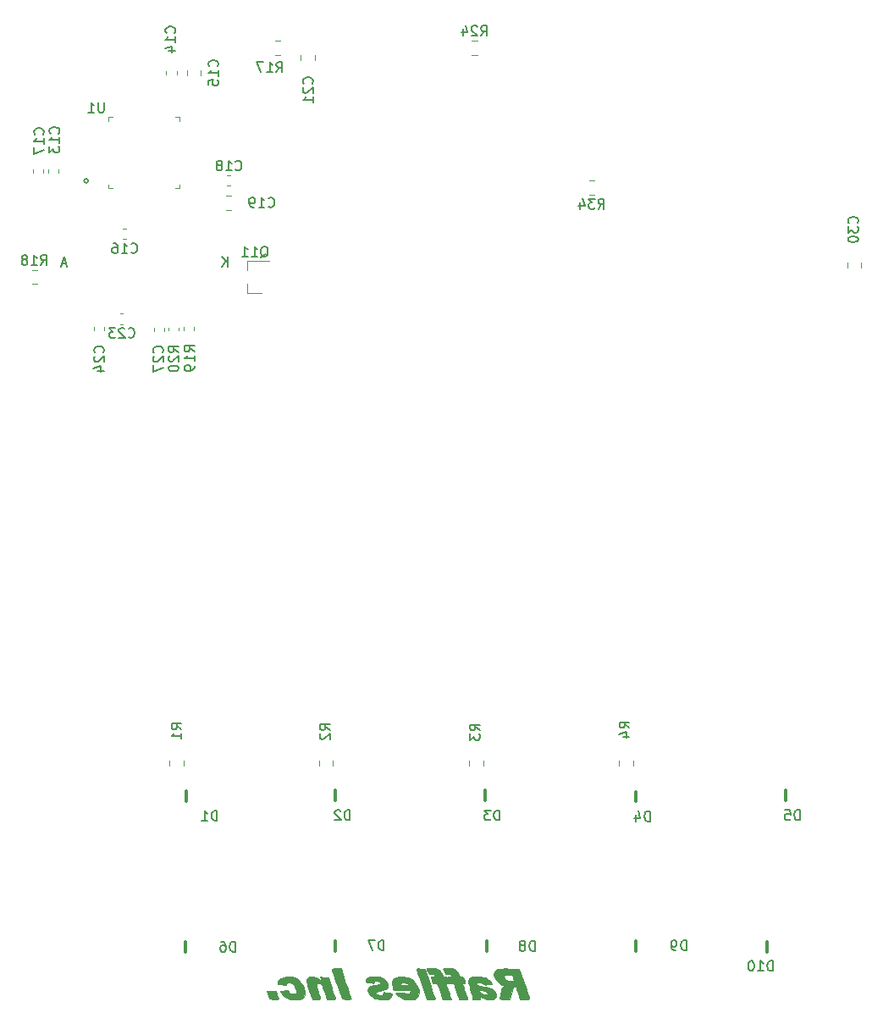
<source format=gbo>
G04 #@! TF.GenerationSoftware,KiCad,Pcbnew,(5.1.2)-1*
G04 #@! TF.CreationDate,2019-08-13T23:38:33+09:00*
G04 #@! TF.ProjectId,LrE-6,4c72452d-362e-46b6-9963-61645f706362,rev?*
G04 #@! TF.SameCoordinates,Original*
G04 #@! TF.FileFunction,Legend,Bot*
G04 #@! TF.FilePolarity,Positive*
%FSLAX46Y46*%
G04 Gerber Fmt 4.6, Leading zero omitted, Abs format (unit mm)*
G04 Created by KiCad (PCBNEW (5.1.2)-1) date 2019-08-13 23:38:33*
%MOMM*%
%LPD*%
G04 APERTURE LIST*
%ADD10C,0.120000*%
%ADD11C,0.300000*%
%ADD12C,0.200000*%
%ADD13C,0.010000*%
%ADD14C,0.150000*%
G04 APERTURE END LIST*
D10*
X93978000Y-85735279D02*
X93978000Y-85409721D01*
X94998000Y-85735279D02*
X94998000Y-85409721D01*
X92490000Y-85782779D02*
X92490000Y-85457221D01*
X93510000Y-85782779D02*
X93510000Y-85457221D01*
X160320000Y-79518578D02*
X160320000Y-79001422D01*
X161740000Y-79518578D02*
X161740000Y-79001422D01*
D11*
X139210000Y-147770000D02*
X139210000Y-146770000D01*
X109150000Y-147800000D02*
X109150000Y-146800000D01*
X152350000Y-146870000D02*
X152350000Y-147870000D01*
X124250000Y-147820000D02*
X124250000Y-146820000D01*
X154164000Y-132745000D02*
X154164000Y-131745000D01*
X94200000Y-132800000D02*
X94200000Y-131800000D01*
X109168000Y-132745000D02*
X109168000Y-131745000D01*
X139165000Y-132859000D02*
X139165000Y-131859000D01*
X94160000Y-147850000D02*
X94160000Y-146850000D01*
X124141000Y-132758000D02*
X124141000Y-131758000D01*
D10*
X86440000Y-64440000D02*
X86860000Y-64440000D01*
X86440000Y-71560000D02*
X86440000Y-71140000D01*
X93560000Y-71560000D02*
X93140000Y-71560000D01*
X93560000Y-64440000D02*
X93140000Y-64440000D01*
X86440000Y-71560000D02*
X86860000Y-71560000D01*
X86440000Y-64440000D02*
X86440000Y-64860000D01*
X93560000Y-64440000D02*
X93560000Y-64860000D01*
X93560000Y-71560000D02*
X93560000Y-71140000D01*
D12*
X84421500Y-70794000D02*
G75*
G03X84421500Y-70794000I-200000J0D01*
G01*
D10*
X79303378Y-81126400D02*
X78786222Y-81126400D01*
X79303378Y-79706400D02*
X78786222Y-79706400D01*
X138910000Y-129258578D02*
X138910000Y-128741422D01*
X137490000Y-129258578D02*
X137490000Y-128741422D01*
X92540000Y-129258578D02*
X92540000Y-128741422D01*
X93960000Y-129258578D02*
X93960000Y-128741422D01*
X107490000Y-128741422D02*
X107490000Y-129258578D01*
X108910000Y-128741422D02*
X108910000Y-129258578D01*
X103103422Y-56790000D02*
X103620578Y-56790000D01*
X103103422Y-58210000D02*
X103620578Y-58210000D01*
X123910000Y-129258578D02*
X123910000Y-128741422D01*
X122490000Y-129258578D02*
X122490000Y-128741422D01*
X123320578Y-56790000D02*
X122803422Y-56790000D01*
X123320578Y-58210000D02*
X122803422Y-58210000D01*
X134523922Y-70790000D02*
X135041078Y-70790000D01*
X134523922Y-72210000D02*
X135041078Y-72210000D01*
X90990000Y-85786179D02*
X90990000Y-85460621D01*
X92010000Y-85786179D02*
X92010000Y-85460621D01*
X84981300Y-85750579D02*
X84981300Y-85425021D01*
X86001300Y-85750579D02*
X86001300Y-85425021D01*
X98662779Y-71260000D02*
X98337221Y-71260000D01*
X98662779Y-70240000D02*
X98337221Y-70240000D01*
X93260000Y-59837221D02*
X93260000Y-60162779D01*
X92240000Y-59837221D02*
X92240000Y-60162779D01*
X79910000Y-69687221D02*
X79910000Y-70012779D01*
X78890000Y-69687221D02*
X78890000Y-70012779D01*
X80440000Y-70000279D02*
X80440000Y-69674721D01*
X81460000Y-70000279D02*
X81460000Y-69674721D01*
X88225279Y-76610000D02*
X87899721Y-76610000D01*
X88225279Y-75590000D02*
X87899721Y-75590000D01*
X87912779Y-85110000D02*
X87587221Y-85110000D01*
X87912779Y-84090000D02*
X87587221Y-84090000D01*
X100340000Y-81996400D02*
X101800000Y-81996400D01*
X100340000Y-78836400D02*
X102500000Y-78836400D01*
X100340000Y-78836400D02*
X100340000Y-79766400D01*
X100340000Y-81996400D02*
X100340000Y-81066400D01*
X98758578Y-72290000D02*
X98241422Y-72290000D01*
X98758578Y-73710000D02*
X98241422Y-73710000D01*
X105690000Y-58203922D02*
X105690000Y-58721078D01*
X107110000Y-58203922D02*
X107110000Y-58721078D01*
X95710000Y-59741422D02*
X95710000Y-60258578D01*
X94290000Y-59741422D02*
X94290000Y-60258578D01*
D13*
G36*
X102554662Y-152581930D02*
G01*
X103012018Y-152594689D01*
X103224517Y-152598261D01*
X103360318Y-152593929D01*
X103431597Y-152580450D01*
X103450528Y-152556584D01*
X103448990Y-152550128D01*
X103425881Y-152483811D01*
X103381870Y-152356487D01*
X103324997Y-152191437D01*
X103302204Y-152125176D01*
X103175803Y-151757544D01*
X102257334Y-151757544D01*
X102554662Y-152581930D01*
X102554662Y-152581930D01*
G37*
X102554662Y-152581930D02*
X103012018Y-152594689D01*
X103224517Y-152598261D01*
X103360318Y-152593929D01*
X103431597Y-152580450D01*
X103450528Y-152556584D01*
X103448990Y-152550128D01*
X103425881Y-152483811D01*
X103381870Y-152356487D01*
X103324997Y-152191437D01*
X103302204Y-152125176D01*
X103175803Y-151757544D01*
X102257334Y-151757544D01*
X102554662Y-152581930D01*
G36*
X106541564Y-150379069D02*
G01*
X106385645Y-150464784D01*
X106332945Y-150523150D01*
X106292017Y-150601679D01*
X106272857Y-150698536D01*
X106277342Y-150824868D01*
X106307347Y-150991822D01*
X106364748Y-151210545D01*
X106451421Y-151492183D01*
X106542538Y-151768621D01*
X106822982Y-152604083D01*
X107235175Y-152604147D01*
X107414453Y-152600832D01*
X107554318Y-152591883D01*
X107635159Y-152578885D01*
X107647368Y-152570833D01*
X107633936Y-152519213D01*
X107596826Y-152398197D01*
X107540825Y-152222847D01*
X107470714Y-152008223D01*
X107421681Y-151860304D01*
X107334733Y-151594133D01*
X107275786Y-151398731D01*
X107241894Y-151261291D01*
X107230115Y-151169003D01*
X107237504Y-151109060D01*
X107245003Y-151091576D01*
X107330195Y-151014297D01*
X107454819Y-151003289D01*
X107600606Y-151056899D01*
X107707054Y-151133378D01*
X107771595Y-151199332D01*
X107830794Y-151284848D01*
X107891745Y-151404672D01*
X107961541Y-151573553D01*
X108047277Y-151806239D01*
X108092875Y-151935484D01*
X108326788Y-152604211D01*
X108747625Y-152604211D01*
X108942743Y-152603424D01*
X109064203Y-152598409D01*
X109127469Y-152585181D01*
X109148003Y-152559758D01*
X109141271Y-152518157D01*
X109136884Y-152503948D01*
X109113814Y-152434495D01*
X109066192Y-152293939D01*
X108998508Y-152095432D01*
X108915252Y-151852129D01*
X108820915Y-151577183D01*
X108760365Y-151401053D01*
X108415424Y-150398421D01*
X108026111Y-150385469D01*
X107636797Y-150372517D01*
X107664173Y-150481592D01*
X107698103Y-150602285D01*
X107721156Y-150672790D01*
X107733177Y-150721174D01*
X107705289Y-150711603D01*
X107643364Y-150658776D01*
X107440116Y-150514615D01*
X107210290Y-150412698D01*
X106971908Y-150354891D01*
X106742992Y-150343060D01*
X106541564Y-150379069D01*
X106541564Y-150379069D01*
G37*
X106541564Y-150379069D02*
X106385645Y-150464784D01*
X106332945Y-150523150D01*
X106292017Y-150601679D01*
X106272857Y-150698536D01*
X106277342Y-150824868D01*
X106307347Y-150991822D01*
X106364748Y-151210545D01*
X106451421Y-151492183D01*
X106542538Y-151768621D01*
X106822982Y-152604083D01*
X107235175Y-152604147D01*
X107414453Y-152600832D01*
X107554318Y-152591883D01*
X107635159Y-152578885D01*
X107647368Y-152570833D01*
X107633936Y-152519213D01*
X107596826Y-152398197D01*
X107540825Y-152222847D01*
X107470714Y-152008223D01*
X107421681Y-151860304D01*
X107334733Y-151594133D01*
X107275786Y-151398731D01*
X107241894Y-151261291D01*
X107230115Y-151169003D01*
X107237504Y-151109060D01*
X107245003Y-151091576D01*
X107330195Y-151014297D01*
X107454819Y-151003289D01*
X107600606Y-151056899D01*
X107707054Y-151133378D01*
X107771595Y-151199332D01*
X107830794Y-151284848D01*
X107891745Y-151404672D01*
X107961541Y-151573553D01*
X108047277Y-151806239D01*
X108092875Y-151935484D01*
X108326788Y-152604211D01*
X108747625Y-152604211D01*
X108942743Y-152603424D01*
X109064203Y-152598409D01*
X109127469Y-152585181D01*
X109148003Y-152559758D01*
X109141271Y-152518157D01*
X109136884Y-152503948D01*
X109113814Y-152434495D01*
X109066192Y-152293939D01*
X108998508Y-152095432D01*
X108915252Y-151852129D01*
X108820915Y-151577183D01*
X108760365Y-151401053D01*
X108415424Y-150398421D01*
X108026111Y-150385469D01*
X107636797Y-150372517D01*
X107664173Y-150481592D01*
X107698103Y-150602285D01*
X107721156Y-150672790D01*
X107733177Y-150721174D01*
X107705289Y-150711603D01*
X107643364Y-150658776D01*
X107440116Y-150514615D01*
X107210290Y-150412698D01*
X106971908Y-150354891D01*
X106742992Y-150343060D01*
X106541564Y-150379069D01*
G36*
X109032704Y-149532974D02*
G01*
X108880259Y-149542433D01*
X108784659Y-149556287D01*
X108761404Y-149568480D01*
X108775312Y-149618346D01*
X108814860Y-149742681D01*
X108876780Y-149931648D01*
X108957805Y-150175413D01*
X109054668Y-150464138D01*
X109164101Y-150787989D01*
X109268372Y-151094708D01*
X109775340Y-152581930D01*
X110254090Y-152594633D01*
X110472480Y-152598194D01*
X110613957Y-152594262D01*
X110690505Y-152581671D01*
X110714107Y-152559255D01*
X110712526Y-152550071D01*
X110693878Y-152495766D01*
X110649985Y-152367101D01*
X110584261Y-152174107D01*
X110500120Y-151926814D01*
X110400974Y-151635254D01*
X110290236Y-151309456D01*
X110188878Y-151011141D01*
X109685542Y-149529474D01*
X109223473Y-149529474D01*
X109032704Y-149532974D01*
X109032704Y-149532974D01*
G37*
X109032704Y-149532974D02*
X108880259Y-149542433D01*
X108784659Y-149556287D01*
X108761404Y-149568480D01*
X108775312Y-149618346D01*
X108814860Y-149742681D01*
X108876780Y-149931648D01*
X108957805Y-150175413D01*
X109054668Y-150464138D01*
X109164101Y-150787989D01*
X109268372Y-151094708D01*
X109775340Y-152581930D01*
X110254090Y-152594633D01*
X110472480Y-152598194D01*
X110613957Y-152594262D01*
X110690505Y-152581671D01*
X110714107Y-152559255D01*
X110712526Y-152550071D01*
X110693878Y-152495766D01*
X110649985Y-152367101D01*
X110584261Y-152174107D01*
X110500120Y-151926814D01*
X110400974Y-151635254D01*
X110290236Y-151309456D01*
X110188878Y-151011141D01*
X109685542Y-149529474D01*
X109223473Y-149529474D01*
X109032704Y-149532974D01*
G36*
X117327686Y-149536126D02*
G01*
X117262068Y-149547012D01*
X117240532Y-149569405D01*
X117248091Y-149605778D01*
X117269300Y-149665617D01*
X117315585Y-149799543D01*
X117383417Y-149997237D01*
X117469267Y-150248377D01*
X117569605Y-150542643D01*
X117680904Y-150869715D01*
X117774366Y-151144825D01*
X118269796Y-152604211D01*
X118684722Y-152604211D01*
X118864579Y-152600885D01*
X119005017Y-152591958D01*
X119086523Y-152579003D01*
X119099162Y-152570790D01*
X119085199Y-152522247D01*
X119045709Y-152399131D01*
X118983942Y-152211218D01*
X118903148Y-151968284D01*
X118806576Y-151680103D01*
X118697476Y-151356454D01*
X118591817Y-151044562D01*
X118084958Y-149551755D01*
X117651102Y-149538935D01*
X117452370Y-149534262D01*
X117327686Y-149536126D01*
X117327686Y-149536126D01*
G37*
X117327686Y-149536126D02*
X117262068Y-149547012D01*
X117240532Y-149569405D01*
X117248091Y-149605778D01*
X117269300Y-149665617D01*
X117315585Y-149799543D01*
X117383417Y-149997237D01*
X117469267Y-150248377D01*
X117569605Y-150542643D01*
X117680904Y-150869715D01*
X117774366Y-151144825D01*
X118269796Y-152604211D01*
X118684722Y-152604211D01*
X118864579Y-152600885D01*
X119005017Y-152591958D01*
X119086523Y-152579003D01*
X119099162Y-152570790D01*
X119085199Y-152522247D01*
X119045709Y-152399131D01*
X118983942Y-152211218D01*
X118903148Y-151968284D01*
X118806576Y-151680103D01*
X118697476Y-151356454D01*
X118591817Y-151044562D01*
X118084958Y-149551755D01*
X117651102Y-149538935D01*
X117452370Y-149534262D01*
X117327686Y-149536126D01*
G36*
X118588535Y-149502021D02*
G01*
X118426128Y-149512410D01*
X118310203Y-149528506D01*
X118267487Y-149544677D01*
X118275737Y-149591083D01*
X118315846Y-149693457D01*
X118371550Y-149813815D01*
X118494355Y-150064211D01*
X118704645Y-150064211D01*
X118847779Y-150073854D01*
X118939547Y-150112238D01*
X119007292Y-150181624D01*
X119080266Y-150287690D01*
X119084038Y-150346839D01*
X119011649Y-150371933D01*
X118902051Y-150376141D01*
X118704452Y-150376141D01*
X118805685Y-150676930D01*
X118906918Y-150977720D01*
X119110622Y-150991136D01*
X119314325Y-151004551D01*
X119535095Y-151637276D01*
X119617608Y-151874557D01*
X119693932Y-152095489D01*
X119757160Y-152279982D01*
X119800388Y-152407945D01*
X119809984Y-152437106D01*
X119864105Y-152604211D01*
X120283982Y-152604211D01*
X120465087Y-152602965D01*
X120606953Y-152599618D01*
X120690144Y-152594757D01*
X120703860Y-152591552D01*
X120690331Y-152546402D01*
X120653477Y-152433496D01*
X120598898Y-152269379D01*
X120532193Y-152070594D01*
X120458961Y-151853684D01*
X120384802Y-151635194D01*
X120315314Y-151431666D01*
X120256097Y-151259645D01*
X120212751Y-151135674D01*
X120191581Y-151077983D01*
X120183785Y-151026574D01*
X120230035Y-151004268D01*
X120325088Y-151000000D01*
X120438878Y-150988835D01*
X120471757Y-150953909D01*
X120469272Y-150944299D01*
X120445032Y-150873786D01*
X120404235Y-150748619D01*
X120367244Y-150632369D01*
X120319761Y-150490502D01*
X120278785Y-150413916D01*
X120225280Y-150382507D01*
X120140210Y-150376171D01*
X120124623Y-150376141D01*
X120031598Y-150370596D01*
X119970809Y-150340730D01*
X119920807Y-150266698D01*
X119862018Y-150133189D01*
X119722567Y-149889150D01*
X119533230Y-149691089D01*
X119312982Y-149557070D01*
X119224719Y-149526579D01*
X119115514Y-149509618D01*
X118957140Y-149500173D01*
X118773510Y-149497791D01*
X118588535Y-149502021D01*
X118588535Y-149502021D01*
G37*
X118588535Y-149502021D02*
X118426128Y-149512410D01*
X118310203Y-149528506D01*
X118267487Y-149544677D01*
X118275737Y-149591083D01*
X118315846Y-149693457D01*
X118371550Y-149813815D01*
X118494355Y-150064211D01*
X118704645Y-150064211D01*
X118847779Y-150073854D01*
X118939547Y-150112238D01*
X119007292Y-150181624D01*
X119080266Y-150287690D01*
X119084038Y-150346839D01*
X119011649Y-150371933D01*
X118902051Y-150376141D01*
X118704452Y-150376141D01*
X118805685Y-150676930D01*
X118906918Y-150977720D01*
X119110622Y-150991136D01*
X119314325Y-151004551D01*
X119535095Y-151637276D01*
X119617608Y-151874557D01*
X119693932Y-152095489D01*
X119757160Y-152279982D01*
X119800388Y-152407945D01*
X119809984Y-152437106D01*
X119864105Y-152604211D01*
X120283982Y-152604211D01*
X120465087Y-152602965D01*
X120606953Y-152599618D01*
X120690144Y-152594757D01*
X120703860Y-152591552D01*
X120690331Y-152546402D01*
X120653477Y-152433496D01*
X120598898Y-152269379D01*
X120532193Y-152070594D01*
X120458961Y-151853684D01*
X120384802Y-151635194D01*
X120315314Y-151431666D01*
X120256097Y-151259645D01*
X120212751Y-151135674D01*
X120191581Y-151077983D01*
X120183785Y-151026574D01*
X120230035Y-151004268D01*
X120325088Y-151000000D01*
X120438878Y-150988835D01*
X120471757Y-150953909D01*
X120469272Y-150944299D01*
X120445032Y-150873786D01*
X120404235Y-150748619D01*
X120367244Y-150632369D01*
X120319761Y-150490502D01*
X120278785Y-150413916D01*
X120225280Y-150382507D01*
X120140210Y-150376171D01*
X120124623Y-150376141D01*
X120031598Y-150370596D01*
X119970809Y-150340730D01*
X119920807Y-150266698D01*
X119862018Y-150133189D01*
X119722567Y-149889150D01*
X119533230Y-149691089D01*
X119312982Y-149557070D01*
X119224719Y-149526579D01*
X119115514Y-149509618D01*
X118957140Y-149500173D01*
X118773510Y-149497791D01*
X118588535Y-149502021D01*
G36*
X120237306Y-149502021D02*
G01*
X120074900Y-149512410D01*
X119958975Y-149528506D01*
X119916259Y-149544677D01*
X119924509Y-149591083D01*
X119964618Y-149693457D01*
X120020322Y-149813815D01*
X120143127Y-150064211D01*
X120353417Y-150064211D01*
X120496551Y-150073854D01*
X120588319Y-150112238D01*
X120656064Y-150181624D01*
X120729038Y-150287690D01*
X120732810Y-150346839D01*
X120660421Y-150371933D01*
X120550823Y-150376141D01*
X120353224Y-150376141D01*
X120454457Y-150676930D01*
X120555690Y-150977720D01*
X120759393Y-150991136D01*
X120963097Y-151004551D01*
X121183867Y-151637276D01*
X121266380Y-151874557D01*
X121342704Y-152095489D01*
X121405932Y-152279982D01*
X121449160Y-152407945D01*
X121458756Y-152437106D01*
X121512877Y-152604211D01*
X121932754Y-152604211D01*
X122113859Y-152602965D01*
X122255724Y-152599618D01*
X122338916Y-152594757D01*
X122352632Y-152591552D01*
X122339103Y-152546402D01*
X122302249Y-152433496D01*
X122247670Y-152269379D01*
X122180965Y-152070594D01*
X122107733Y-151853684D01*
X122033573Y-151635194D01*
X121964086Y-151431666D01*
X121904869Y-151259645D01*
X121861523Y-151135674D01*
X121840353Y-151077983D01*
X121832557Y-151026574D01*
X121878807Y-151004268D01*
X121973860Y-151000000D01*
X122087650Y-150988835D01*
X122120529Y-150953909D01*
X122118044Y-150944299D01*
X122093804Y-150873786D01*
X122053007Y-150748619D01*
X122016016Y-150632369D01*
X121968533Y-150490502D01*
X121927557Y-150413916D01*
X121874052Y-150382507D01*
X121788982Y-150376171D01*
X121773395Y-150376141D01*
X121680370Y-150370596D01*
X121619581Y-150340730D01*
X121569579Y-150266698D01*
X121510790Y-150133189D01*
X121371339Y-149889150D01*
X121182002Y-149691089D01*
X120961754Y-149557070D01*
X120873490Y-149526579D01*
X120764286Y-149509618D01*
X120605912Y-149500173D01*
X120422281Y-149497791D01*
X120237306Y-149502021D01*
X120237306Y-149502021D01*
G37*
X120237306Y-149502021D02*
X120074900Y-149512410D01*
X119958975Y-149528506D01*
X119916259Y-149544677D01*
X119924509Y-149591083D01*
X119964618Y-149693457D01*
X120020322Y-149813815D01*
X120143127Y-150064211D01*
X120353417Y-150064211D01*
X120496551Y-150073854D01*
X120588319Y-150112238D01*
X120656064Y-150181624D01*
X120729038Y-150287690D01*
X120732810Y-150346839D01*
X120660421Y-150371933D01*
X120550823Y-150376141D01*
X120353224Y-150376141D01*
X120454457Y-150676930D01*
X120555690Y-150977720D01*
X120759393Y-150991136D01*
X120963097Y-151004551D01*
X121183867Y-151637276D01*
X121266380Y-151874557D01*
X121342704Y-152095489D01*
X121405932Y-152279982D01*
X121449160Y-152407945D01*
X121458756Y-152437106D01*
X121512877Y-152604211D01*
X121932754Y-152604211D01*
X122113859Y-152602965D01*
X122255724Y-152599618D01*
X122338916Y-152594757D01*
X122352632Y-152591552D01*
X122339103Y-152546402D01*
X122302249Y-152433496D01*
X122247670Y-152269379D01*
X122180965Y-152070594D01*
X122107733Y-151853684D01*
X122033573Y-151635194D01*
X121964086Y-151431666D01*
X121904869Y-151259645D01*
X121861523Y-151135674D01*
X121840353Y-151077983D01*
X121832557Y-151026574D01*
X121878807Y-151004268D01*
X121973860Y-151000000D01*
X122087650Y-150988835D01*
X122120529Y-150953909D01*
X122118044Y-150944299D01*
X122093804Y-150873786D01*
X122053007Y-150748619D01*
X122016016Y-150632369D01*
X121968533Y-150490502D01*
X121927557Y-150413916D01*
X121874052Y-150382507D01*
X121788982Y-150376171D01*
X121773395Y-150376141D01*
X121680370Y-150370596D01*
X121619581Y-150340730D01*
X121569579Y-150266698D01*
X121510790Y-150133189D01*
X121371339Y-149889150D01*
X121182002Y-149691089D01*
X120961754Y-149557070D01*
X120873490Y-149526579D01*
X120764286Y-149509618D01*
X120605912Y-149500173D01*
X120422281Y-149497791D01*
X120237306Y-149502021D01*
G36*
X125834870Y-149545104D02*
G01*
X125563969Y-149565293D01*
X125357509Y-149600953D01*
X125207350Y-149654947D01*
X125105354Y-149730141D01*
X125043383Y-149829399D01*
X125013296Y-149955586D01*
X125006814Y-150101329D01*
X125052871Y-150388696D01*
X125178930Y-150653899D01*
X125376560Y-150885817D01*
X125637327Y-151073326D01*
X125804578Y-151153487D01*
X125942058Y-151211709D01*
X126007615Y-151249588D01*
X126012767Y-151278101D01*
X125969028Y-151308224D01*
X125967681Y-151308946D01*
X125876923Y-151375635D01*
X125804475Y-151476256D01*
X125744026Y-151625438D01*
X125689263Y-151837805D01*
X125647452Y-152051077D01*
X125612354Y-152248919D01*
X125584114Y-152414208D01*
X125566019Y-152527322D01*
X125561053Y-152567199D01*
X125602718Y-152581582D01*
X125716152Y-152593357D01*
X125884011Y-152601306D01*
X126088141Y-152604211D01*
X126615228Y-152604211D01*
X126732869Y-152036488D01*
X126790521Y-151774875D01*
X126842132Y-151589091D01*
X126894438Y-151466761D01*
X126954181Y-151395512D01*
X127028100Y-151362971D01*
X127103243Y-151356492D01*
X127144832Y-151364825D01*
X127183188Y-151398128D01*
X127224444Y-151468859D01*
X127274732Y-151589474D01*
X127340184Y-151772431D01*
X127410351Y-151980351D01*
X127618268Y-152604211D01*
X128082467Y-152604211D01*
X128273714Y-152600964D01*
X128426679Y-152592186D01*
X128522882Y-152579326D01*
X128546667Y-152567866D01*
X128532773Y-152518637D01*
X128493265Y-152394897D01*
X128431404Y-152206453D01*
X128350449Y-151963109D01*
X128253661Y-151674671D01*
X128144300Y-151350945D01*
X128039220Y-151041638D01*
X127930181Y-150721492D01*
X126975237Y-150721492D01*
X126948186Y-150751810D01*
X126854803Y-150771352D01*
X126717346Y-150779089D01*
X126558069Y-150773993D01*
X126399231Y-150755037D01*
X126369361Y-150749469D01*
X126225018Y-150691868D01*
X126109686Y-150594075D01*
X126032980Y-150475221D01*
X126004519Y-150354435D01*
X126033919Y-150250849D01*
X126092860Y-150199463D01*
X126180219Y-150175899D01*
X126324586Y-150159273D01*
X126485775Y-150153334D01*
X126792496Y-150153334D01*
X126873209Y-150409562D01*
X126920015Y-150556259D01*
X126958046Y-150672091D01*
X126975237Y-150721492D01*
X127930181Y-150721492D01*
X127531774Y-149551755D01*
X126602549Y-149539678D01*
X126178350Y-149537520D01*
X125834870Y-149545104D01*
X125834870Y-149545104D01*
G37*
X125834870Y-149545104D02*
X125563969Y-149565293D01*
X125357509Y-149600953D01*
X125207350Y-149654947D01*
X125105354Y-149730141D01*
X125043383Y-149829399D01*
X125013296Y-149955586D01*
X125006814Y-150101329D01*
X125052871Y-150388696D01*
X125178930Y-150653899D01*
X125376560Y-150885817D01*
X125637327Y-151073326D01*
X125804578Y-151153487D01*
X125942058Y-151211709D01*
X126007615Y-151249588D01*
X126012767Y-151278101D01*
X125969028Y-151308224D01*
X125967681Y-151308946D01*
X125876923Y-151375635D01*
X125804475Y-151476256D01*
X125744026Y-151625438D01*
X125689263Y-151837805D01*
X125647452Y-152051077D01*
X125612354Y-152248919D01*
X125584114Y-152414208D01*
X125566019Y-152527322D01*
X125561053Y-152567199D01*
X125602718Y-152581582D01*
X125716152Y-152593357D01*
X125884011Y-152601306D01*
X126088141Y-152604211D01*
X126615228Y-152604211D01*
X126732869Y-152036488D01*
X126790521Y-151774875D01*
X126842132Y-151589091D01*
X126894438Y-151466761D01*
X126954181Y-151395512D01*
X127028100Y-151362971D01*
X127103243Y-151356492D01*
X127144832Y-151364825D01*
X127183188Y-151398128D01*
X127224444Y-151468859D01*
X127274732Y-151589474D01*
X127340184Y-151772431D01*
X127410351Y-151980351D01*
X127618268Y-152604211D01*
X128082467Y-152604211D01*
X128273714Y-152600964D01*
X128426679Y-152592186D01*
X128522882Y-152579326D01*
X128546667Y-152567866D01*
X128532773Y-152518637D01*
X128493265Y-152394897D01*
X128431404Y-152206453D01*
X128350449Y-151963109D01*
X128253661Y-151674671D01*
X128144300Y-151350945D01*
X128039220Y-151041638D01*
X127930181Y-150721492D01*
X126975237Y-150721492D01*
X126948186Y-150751810D01*
X126854803Y-150771352D01*
X126717346Y-150779089D01*
X126558069Y-150773993D01*
X126399231Y-150755037D01*
X126369361Y-150749469D01*
X126225018Y-150691868D01*
X126109686Y-150594075D01*
X126032980Y-150475221D01*
X126004519Y-150354435D01*
X126033919Y-150250849D01*
X126092860Y-150199463D01*
X126180219Y-150175899D01*
X126324586Y-150159273D01*
X126485775Y-150153334D01*
X126792496Y-150153334D01*
X126873209Y-150409562D01*
X126920015Y-150556259D01*
X126958046Y-150672091D01*
X126975237Y-150721492D01*
X127930181Y-150721492D01*
X127531774Y-149551755D01*
X126602549Y-149539678D01*
X126178350Y-149537520D01*
X125834870Y-149545104D01*
G36*
X104241074Y-150341137D02*
G01*
X103927156Y-150386940D01*
X103686656Y-150480590D01*
X103516528Y-150624154D01*
X103413726Y-150819696D01*
X103389812Y-150918279D01*
X103360958Y-151081646D01*
X103621444Y-151109938D01*
X103799479Y-151130307D01*
X103970253Y-151151496D01*
X104049035Y-151162155D01*
X104162225Y-151170170D01*
X104210234Y-151147051D01*
X104216140Y-151118504D01*
X104253962Y-151012140D01*
X104353569Y-150942863D01*
X104494175Y-150914221D01*
X104654993Y-150929765D01*
X104815236Y-150993045D01*
X104844550Y-151011187D01*
X104975641Y-151136377D01*
X105096613Y-151317128D01*
X105189928Y-151520188D01*
X105238050Y-151712306D01*
X105241053Y-151763008D01*
X105206622Y-151914185D01*
X105114554Y-152015124D01*
X104981683Y-152064545D01*
X104824843Y-152061167D01*
X104660868Y-152003710D01*
X104506592Y-151890892D01*
X104446190Y-151823473D01*
X104399086Y-151768074D01*
X104351038Y-151736977D01*
X104279949Y-151726887D01*
X104163721Y-151734508D01*
X103989579Y-151755375D01*
X103819399Y-151778259D01*
X103687021Y-151798972D01*
X103614221Y-151813999D01*
X103606989Y-151817105D01*
X103621586Y-151859290D01*
X103681500Y-151944792D01*
X103769718Y-152053227D01*
X103869227Y-152164207D01*
X103963016Y-152257347D01*
X104002135Y-152290613D01*
X104314902Y-152477835D01*
X104677571Y-152592043D01*
X105012914Y-152630761D01*
X105213830Y-152632568D01*
X105402669Y-152624198D01*
X105545154Y-152607405D01*
X105568759Y-152602287D01*
X105809485Y-152503514D01*
X105986706Y-152349205D01*
X106093672Y-152148583D01*
X106123637Y-151910874D01*
X106118746Y-151850381D01*
X106034608Y-151489436D01*
X105876292Y-151152013D01*
X105687503Y-150897995D01*
X105394334Y-150637914D01*
X105063333Y-150458239D01*
X104693615Y-150358631D01*
X104284297Y-150338748D01*
X104241074Y-150341137D01*
X104241074Y-150341137D01*
G37*
X104241074Y-150341137D02*
X103927156Y-150386940D01*
X103686656Y-150480590D01*
X103516528Y-150624154D01*
X103413726Y-150819696D01*
X103389812Y-150918279D01*
X103360958Y-151081646D01*
X103621444Y-151109938D01*
X103799479Y-151130307D01*
X103970253Y-151151496D01*
X104049035Y-151162155D01*
X104162225Y-151170170D01*
X104210234Y-151147051D01*
X104216140Y-151118504D01*
X104253962Y-151012140D01*
X104353569Y-150942863D01*
X104494175Y-150914221D01*
X104654993Y-150929765D01*
X104815236Y-150993045D01*
X104844550Y-151011187D01*
X104975641Y-151136377D01*
X105096613Y-151317128D01*
X105189928Y-151520188D01*
X105238050Y-151712306D01*
X105241053Y-151763008D01*
X105206622Y-151914185D01*
X105114554Y-152015124D01*
X104981683Y-152064545D01*
X104824843Y-152061167D01*
X104660868Y-152003710D01*
X104506592Y-151890892D01*
X104446190Y-151823473D01*
X104399086Y-151768074D01*
X104351038Y-151736977D01*
X104279949Y-151726887D01*
X104163721Y-151734508D01*
X103989579Y-151755375D01*
X103819399Y-151778259D01*
X103687021Y-151798972D01*
X103614221Y-151813999D01*
X103606989Y-151817105D01*
X103621586Y-151859290D01*
X103681500Y-151944792D01*
X103769718Y-152053227D01*
X103869227Y-152164207D01*
X103963016Y-152257347D01*
X104002135Y-152290613D01*
X104314902Y-152477835D01*
X104677571Y-152592043D01*
X105012914Y-152630761D01*
X105213830Y-152632568D01*
X105402669Y-152624198D01*
X105545154Y-152607405D01*
X105568759Y-152602287D01*
X105809485Y-152503514D01*
X105986706Y-152349205D01*
X106093672Y-152148583D01*
X106123637Y-151910874D01*
X106118746Y-151850381D01*
X106034608Y-151489436D01*
X105876292Y-151152013D01*
X105687503Y-150897995D01*
X105394334Y-150637914D01*
X105063333Y-150458239D01*
X104693615Y-150358631D01*
X104284297Y-150338748D01*
X104241074Y-150341137D01*
G36*
X112835171Y-150349232D02*
G01*
X112615876Y-150379038D01*
X112450626Y-150425268D01*
X112423069Y-150438106D01*
X112307192Y-150533203D01*
X112209037Y-150671289D01*
X112153134Y-150814579D01*
X112148070Y-150861678D01*
X112188388Y-150889014D01*
X112292818Y-150915858D01*
X112404298Y-150932225D01*
X112581663Y-150952500D01*
X112752027Y-150973663D01*
X112827632Y-150983909D01*
X112940346Y-150992085D01*
X112988356Y-150969346D01*
X112994737Y-150938643D01*
X113033047Y-150855847D01*
X113130275Y-150801895D01*
X113259869Y-150780379D01*
X113395277Y-150794889D01*
X113509947Y-150849016D01*
X113529474Y-150866316D01*
X113599565Y-150953254D01*
X113609032Y-151021180D01*
X113551212Y-151075310D01*
X113419438Y-151120860D01*
X113207048Y-151163044D01*
X113135746Y-151174421D01*
X112950418Y-151208373D01*
X112779373Y-151248860D01*
X112660177Y-151286923D01*
X112495550Y-151392259D01*
X112402593Y-151532258D01*
X112376206Y-151696317D01*
X112411288Y-151873834D01*
X112502739Y-152054206D01*
X112645458Y-152226829D01*
X112834344Y-152381101D01*
X113064297Y-152506418D01*
X113282608Y-152580824D01*
X113528394Y-152623437D01*
X113812517Y-152641726D01*
X114094580Y-152634969D01*
X114334190Y-152602440D01*
X114345381Y-152599878D01*
X114533163Y-152543109D01*
X114655377Y-152469362D01*
X114735575Y-152362256D01*
X114758685Y-152312406D01*
X114815166Y-152153044D01*
X114817514Y-152053071D01*
X114758830Y-151996302D01*
X114632214Y-151966549D01*
X114610088Y-151963784D01*
X114431052Y-151942605D01*
X114232236Y-151918955D01*
X114164474Y-151910860D01*
X114028164Y-151897815D01*
X113958228Y-151904559D01*
X113933087Y-151936477D01*
X113930526Y-151969263D01*
X113892876Y-152085149D01*
X113794823Y-152163357D01*
X113658718Y-152199302D01*
X113506909Y-152188399D01*
X113361746Y-152126062D01*
X113320292Y-152094455D01*
X113238077Y-151999906D01*
X113232049Y-151920812D01*
X113305704Y-151853240D01*
X113462540Y-151793258D01*
X113623217Y-151753781D01*
X113891173Y-151692183D01*
X114084867Y-151636406D01*
X114218432Y-151580879D01*
X114305997Y-151520033D01*
X114350210Y-151467212D01*
X114416462Y-151292315D01*
X114406336Y-151103453D01*
X114328711Y-150912633D01*
X114192464Y-150731861D01*
X114006472Y-150573144D01*
X113779613Y-150448487D01*
X113541972Y-150374110D01*
X113325755Y-150345193D01*
X113080976Y-150337425D01*
X112835171Y-150349232D01*
X112835171Y-150349232D01*
G37*
X112835171Y-150349232D02*
X112615876Y-150379038D01*
X112450626Y-150425268D01*
X112423069Y-150438106D01*
X112307192Y-150533203D01*
X112209037Y-150671289D01*
X112153134Y-150814579D01*
X112148070Y-150861678D01*
X112188388Y-150889014D01*
X112292818Y-150915858D01*
X112404298Y-150932225D01*
X112581663Y-150952500D01*
X112752027Y-150973663D01*
X112827632Y-150983909D01*
X112940346Y-150992085D01*
X112988356Y-150969346D01*
X112994737Y-150938643D01*
X113033047Y-150855847D01*
X113130275Y-150801895D01*
X113259869Y-150780379D01*
X113395277Y-150794889D01*
X113509947Y-150849016D01*
X113529474Y-150866316D01*
X113599565Y-150953254D01*
X113609032Y-151021180D01*
X113551212Y-151075310D01*
X113419438Y-151120860D01*
X113207048Y-151163044D01*
X113135746Y-151174421D01*
X112950418Y-151208373D01*
X112779373Y-151248860D01*
X112660177Y-151286923D01*
X112495550Y-151392259D01*
X112402593Y-151532258D01*
X112376206Y-151696317D01*
X112411288Y-151873834D01*
X112502739Y-152054206D01*
X112645458Y-152226829D01*
X112834344Y-152381101D01*
X113064297Y-152506418D01*
X113282608Y-152580824D01*
X113528394Y-152623437D01*
X113812517Y-152641726D01*
X114094580Y-152634969D01*
X114334190Y-152602440D01*
X114345381Y-152599878D01*
X114533163Y-152543109D01*
X114655377Y-152469362D01*
X114735575Y-152362256D01*
X114758685Y-152312406D01*
X114815166Y-152153044D01*
X114817514Y-152053071D01*
X114758830Y-151996302D01*
X114632214Y-151966549D01*
X114610088Y-151963784D01*
X114431052Y-151942605D01*
X114232236Y-151918955D01*
X114164474Y-151910860D01*
X114028164Y-151897815D01*
X113958228Y-151904559D01*
X113933087Y-151936477D01*
X113930526Y-151969263D01*
X113892876Y-152085149D01*
X113794823Y-152163357D01*
X113658718Y-152199302D01*
X113506909Y-152188399D01*
X113361746Y-152126062D01*
X113320292Y-152094455D01*
X113238077Y-151999906D01*
X113232049Y-151920812D01*
X113305704Y-151853240D01*
X113462540Y-151793258D01*
X113623217Y-151753781D01*
X113891173Y-151692183D01*
X114084867Y-151636406D01*
X114218432Y-151580879D01*
X114305997Y-151520033D01*
X114350210Y-151467212D01*
X114416462Y-151292315D01*
X114406336Y-151103453D01*
X114328711Y-150912633D01*
X114192464Y-150731861D01*
X114006472Y-150573144D01*
X113779613Y-150448487D01*
X113541972Y-150374110D01*
X113325755Y-150345193D01*
X113080976Y-150337425D01*
X112835171Y-150349232D01*
G36*
X115443507Y-150371454D02*
G01*
X115228938Y-150422103D01*
X115187182Y-150438953D01*
X115003250Y-150552409D01*
X114887848Y-150702703D01*
X114834176Y-150902971D01*
X114832164Y-151124611D01*
X114850287Y-151299396D01*
X114877193Y-151455133D01*
X114902815Y-151545878D01*
X114953233Y-151668421D01*
X116648772Y-151668421D01*
X116648772Y-151795199D01*
X116613526Y-151938624D01*
X116516626Y-152029693D01*
X116371330Y-152064330D01*
X116190896Y-152038462D01*
X116046866Y-151980185D01*
X115948355Y-151935709D01*
X115855750Y-151913896D01*
X115740265Y-151912301D01*
X115573112Y-151928479D01*
X115517926Y-151935258D01*
X115350209Y-151958358D01*
X115219884Y-151980194D01*
X115149550Y-151996861D01*
X115143841Y-151999902D01*
X115155603Y-152044291D01*
X115226866Y-152121390D01*
X115340818Y-152217873D01*
X115480646Y-152320416D01*
X115629539Y-152415695D01*
X115751238Y-152481291D01*
X115911262Y-152551347D01*
X116055917Y-152594649D01*
X116219804Y-152618707D01*
X116437523Y-152631030D01*
X116441939Y-152631183D01*
X116642354Y-152633512D01*
X116825280Y-152627599D01*
X116960629Y-152614692D01*
X116993007Y-152608297D01*
X117214054Y-152517076D01*
X117374131Y-152366787D01*
X117459943Y-152215323D01*
X117519998Y-151974686D01*
X117507050Y-151710381D01*
X117428882Y-151436377D01*
X117293277Y-151166643D01*
X117286372Y-151157269D01*
X116456976Y-151157269D01*
X116430738Y-151195066D01*
X116326267Y-151215323D01*
X116138902Y-151222522D01*
X116073187Y-151222807D01*
X115882273Y-151221905D01*
X115763412Y-151216111D01*
X115699534Y-151200792D01*
X115673569Y-151171318D01*
X115668447Y-151123055D01*
X115668421Y-151112972D01*
X115706061Y-151006489D01*
X115805193Y-150937874D01*
X115945131Y-150910496D01*
X116105191Y-150927725D01*
X116264689Y-150992932D01*
X116293396Y-151011141D01*
X116409642Y-151097454D01*
X116456976Y-151157269D01*
X117286372Y-151157269D01*
X117108016Y-150915150D01*
X116880882Y-150695867D01*
X116619658Y-150522764D01*
X116481518Y-150459013D01*
X116253833Y-150394511D01*
X115985343Y-150358113D01*
X115705439Y-150350275D01*
X115443507Y-150371454D01*
X115443507Y-150371454D01*
G37*
X115443507Y-150371454D02*
X115228938Y-150422103D01*
X115187182Y-150438953D01*
X115003250Y-150552409D01*
X114887848Y-150702703D01*
X114834176Y-150902971D01*
X114832164Y-151124611D01*
X114850287Y-151299396D01*
X114877193Y-151455133D01*
X114902815Y-151545878D01*
X114953233Y-151668421D01*
X116648772Y-151668421D01*
X116648772Y-151795199D01*
X116613526Y-151938624D01*
X116516626Y-152029693D01*
X116371330Y-152064330D01*
X116190896Y-152038462D01*
X116046866Y-151980185D01*
X115948355Y-151935709D01*
X115855750Y-151913896D01*
X115740265Y-151912301D01*
X115573112Y-151928479D01*
X115517926Y-151935258D01*
X115350209Y-151958358D01*
X115219884Y-151980194D01*
X115149550Y-151996861D01*
X115143841Y-151999902D01*
X115155603Y-152044291D01*
X115226866Y-152121390D01*
X115340818Y-152217873D01*
X115480646Y-152320416D01*
X115629539Y-152415695D01*
X115751238Y-152481291D01*
X115911262Y-152551347D01*
X116055917Y-152594649D01*
X116219804Y-152618707D01*
X116437523Y-152631030D01*
X116441939Y-152631183D01*
X116642354Y-152633512D01*
X116825280Y-152627599D01*
X116960629Y-152614692D01*
X116993007Y-152608297D01*
X117214054Y-152517076D01*
X117374131Y-152366787D01*
X117459943Y-152215323D01*
X117519998Y-151974686D01*
X117507050Y-151710381D01*
X117428882Y-151436377D01*
X117293277Y-151166643D01*
X117286372Y-151157269D01*
X116456976Y-151157269D01*
X116430738Y-151195066D01*
X116326267Y-151215323D01*
X116138902Y-151222522D01*
X116073187Y-151222807D01*
X115882273Y-151221905D01*
X115763412Y-151216111D01*
X115699534Y-151200792D01*
X115673569Y-151171318D01*
X115668447Y-151123055D01*
X115668421Y-151112972D01*
X115706061Y-151006489D01*
X115805193Y-150937874D01*
X115945131Y-150910496D01*
X116105191Y-150927725D01*
X116264689Y-150992932D01*
X116293396Y-151011141D01*
X116409642Y-151097454D01*
X116456976Y-151157269D01*
X117286372Y-151157269D01*
X117108016Y-150915150D01*
X116880882Y-150695867D01*
X116619658Y-150522764D01*
X116481518Y-150459013D01*
X116253833Y-150394511D01*
X115985343Y-150358113D01*
X115705439Y-150350275D01*
X115443507Y-150371454D01*
G36*
X123140177Y-150343608D02*
G01*
X122890361Y-150377524D01*
X122685011Y-150435764D01*
X122544844Y-150517641D01*
X122543775Y-150518640D01*
X122474031Y-150597369D01*
X122431838Y-150685917D01*
X122418086Y-150797378D01*
X122433667Y-150944844D01*
X122479472Y-151141409D01*
X122556391Y-151400166D01*
X122616429Y-151586394D01*
X122693943Y-151832711D01*
X122760025Y-152061677D01*
X122809723Y-152254606D01*
X122838085Y-152392813D01*
X122842807Y-152440460D01*
X122842807Y-152604211D01*
X123644912Y-152604211D01*
X123644912Y-152337525D01*
X123904764Y-152473736D01*
X124086468Y-152556679D01*
X124261075Y-152603164D01*
X124474405Y-152625013D01*
X124495203Y-152626084D01*
X124671783Y-152631180D01*
X124824223Y-152629355D01*
X124921098Y-152621030D01*
X124924532Y-152620316D01*
X125037115Y-152559999D01*
X125146447Y-152447861D01*
X125225607Y-152317083D01*
X125249123Y-152220245D01*
X125219898Y-152078682D01*
X125195327Y-152024270D01*
X124336708Y-152024270D01*
X124306266Y-152103806D01*
X124217066Y-152148301D01*
X124082201Y-152153715D01*
X123914765Y-152116010D01*
X123796808Y-152067504D01*
X123616557Y-151939427D01*
X123533843Y-151818798D01*
X123490214Y-151714923D01*
X123473993Y-151651043D01*
X123475841Y-151644393D01*
X123523757Y-151646629D01*
X123636268Y-151667408D01*
X123791788Y-151702575D01*
X123841783Y-151714854D01*
X124005734Y-151755376D01*
X124132612Y-151785888D01*
X124200839Y-151801231D01*
X124206545Y-151802106D01*
X124239138Y-151834999D01*
X124295297Y-151913732D01*
X124336708Y-152024270D01*
X125195327Y-152024270D01*
X125144432Y-151911570D01*
X125041040Y-151754804D01*
X124974343Y-151681689D01*
X124851214Y-151589463D01*
X124690552Y-151513752D01*
X124475721Y-151448439D01*
X124190082Y-151387408D01*
X124157368Y-151381375D01*
X123942855Y-151339487D01*
X123729360Y-151293191D01*
X123555133Y-151250894D01*
X123519606Y-151241200D01*
X123383976Y-151198764D01*
X123315376Y-151159919D01*
X123294039Y-151108028D01*
X123296799Y-151053654D01*
X123321741Y-150968289D01*
X123388998Y-150929508D01*
X123461692Y-150918735D01*
X123669592Y-150923024D01*
X123842113Y-150989157D01*
X123948048Y-151066281D01*
X124020895Y-151122582D01*
X124088418Y-151152047D01*
X124177379Y-151158644D01*
X124314540Y-151146340D01*
X124408237Y-151134512D01*
X124571696Y-151113665D01*
X124699530Y-151098057D01*
X124767005Y-151090695D01*
X124770088Y-151090499D01*
X124803168Y-151062837D01*
X124777920Y-150993960D01*
X124706779Y-150896829D01*
X124602181Y-150784404D01*
X124476563Y-150669649D01*
X124342360Y-150565524D01*
X124212009Y-150484990D01*
X124169820Y-150464872D01*
X123949283Y-150394647D01*
X123690353Y-150351484D01*
X123413747Y-150334700D01*
X123140177Y-150343608D01*
X123140177Y-150343608D01*
G37*
X123140177Y-150343608D02*
X122890361Y-150377524D01*
X122685011Y-150435764D01*
X122544844Y-150517641D01*
X122543775Y-150518640D01*
X122474031Y-150597369D01*
X122431838Y-150685917D01*
X122418086Y-150797378D01*
X122433667Y-150944844D01*
X122479472Y-151141409D01*
X122556391Y-151400166D01*
X122616429Y-151586394D01*
X122693943Y-151832711D01*
X122760025Y-152061677D01*
X122809723Y-152254606D01*
X122838085Y-152392813D01*
X122842807Y-152440460D01*
X122842807Y-152604211D01*
X123644912Y-152604211D01*
X123644912Y-152337525D01*
X123904764Y-152473736D01*
X124086468Y-152556679D01*
X124261075Y-152603164D01*
X124474405Y-152625013D01*
X124495203Y-152626084D01*
X124671783Y-152631180D01*
X124824223Y-152629355D01*
X124921098Y-152621030D01*
X124924532Y-152620316D01*
X125037115Y-152559999D01*
X125146447Y-152447861D01*
X125225607Y-152317083D01*
X125249123Y-152220245D01*
X125219898Y-152078682D01*
X125195327Y-152024270D01*
X124336708Y-152024270D01*
X124306266Y-152103806D01*
X124217066Y-152148301D01*
X124082201Y-152153715D01*
X123914765Y-152116010D01*
X123796808Y-152067504D01*
X123616557Y-151939427D01*
X123533843Y-151818798D01*
X123490214Y-151714923D01*
X123473993Y-151651043D01*
X123475841Y-151644393D01*
X123523757Y-151646629D01*
X123636268Y-151667408D01*
X123791788Y-151702575D01*
X123841783Y-151714854D01*
X124005734Y-151755376D01*
X124132612Y-151785888D01*
X124200839Y-151801231D01*
X124206545Y-151802106D01*
X124239138Y-151834999D01*
X124295297Y-151913732D01*
X124336708Y-152024270D01*
X125195327Y-152024270D01*
X125144432Y-151911570D01*
X125041040Y-151754804D01*
X124974343Y-151681689D01*
X124851214Y-151589463D01*
X124690552Y-151513752D01*
X124475721Y-151448439D01*
X124190082Y-151387408D01*
X124157368Y-151381375D01*
X123942855Y-151339487D01*
X123729360Y-151293191D01*
X123555133Y-151250894D01*
X123519606Y-151241200D01*
X123383976Y-151198764D01*
X123315376Y-151159919D01*
X123294039Y-151108028D01*
X123296799Y-151053654D01*
X123321741Y-150968289D01*
X123388998Y-150929508D01*
X123461692Y-150918735D01*
X123669592Y-150923024D01*
X123842113Y-150989157D01*
X123948048Y-151066281D01*
X124020895Y-151122582D01*
X124088418Y-151152047D01*
X124177379Y-151158644D01*
X124314540Y-151146340D01*
X124408237Y-151134512D01*
X124571696Y-151113665D01*
X124699530Y-151098057D01*
X124767005Y-151090695D01*
X124770088Y-151090499D01*
X124803168Y-151062837D01*
X124777920Y-150993960D01*
X124706779Y-150896829D01*
X124602181Y-150784404D01*
X124476563Y-150669649D01*
X124342360Y-150565524D01*
X124212009Y-150484990D01*
X124169820Y-150464872D01*
X123949283Y-150394647D01*
X123690353Y-150351484D01*
X123413747Y-150334700D01*
X123140177Y-150343608D01*
D14*
X95041980Y-87876142D02*
X94565790Y-87542809D01*
X95041980Y-87304714D02*
X94041980Y-87304714D01*
X94041980Y-87685666D01*
X94089600Y-87780904D01*
X94137219Y-87828523D01*
X94232457Y-87876142D01*
X94375314Y-87876142D01*
X94470552Y-87828523D01*
X94518171Y-87780904D01*
X94565790Y-87685666D01*
X94565790Y-87304714D01*
X95041980Y-88828523D02*
X95041980Y-88257095D01*
X95041980Y-88542809D02*
X94041980Y-88542809D01*
X94184838Y-88447571D01*
X94280076Y-88352333D01*
X94327695Y-88257095D01*
X95041980Y-89304714D02*
X95041980Y-89495190D01*
X94994361Y-89590428D01*
X94946742Y-89638047D01*
X94803885Y-89733285D01*
X94613409Y-89780904D01*
X94232457Y-89780904D01*
X94137219Y-89733285D01*
X94089600Y-89685666D01*
X94041980Y-89590428D01*
X94041980Y-89399952D01*
X94089600Y-89304714D01*
X94137219Y-89257095D01*
X94232457Y-89209476D01*
X94470552Y-89209476D01*
X94565790Y-89257095D01*
X94613409Y-89304714D01*
X94661028Y-89399952D01*
X94661028Y-89590428D01*
X94613409Y-89685666D01*
X94565790Y-89733285D01*
X94470552Y-89780904D01*
X93467180Y-87926942D02*
X92990990Y-87593609D01*
X93467180Y-87355514D02*
X92467180Y-87355514D01*
X92467180Y-87736466D01*
X92514800Y-87831704D01*
X92562419Y-87879323D01*
X92657657Y-87926942D01*
X92800514Y-87926942D01*
X92895752Y-87879323D01*
X92943371Y-87831704D01*
X92990990Y-87736466D01*
X92990990Y-87355514D01*
X92562419Y-88307895D02*
X92514800Y-88355514D01*
X92467180Y-88450752D01*
X92467180Y-88688847D01*
X92514800Y-88784085D01*
X92562419Y-88831704D01*
X92657657Y-88879323D01*
X92752895Y-88879323D01*
X92895752Y-88831704D01*
X93467180Y-88260276D01*
X93467180Y-88879323D01*
X92467180Y-89498371D02*
X92467180Y-89593609D01*
X92514800Y-89688847D01*
X92562419Y-89736466D01*
X92657657Y-89784085D01*
X92848133Y-89831704D01*
X93086228Y-89831704D01*
X93276704Y-89784085D01*
X93371942Y-89736466D01*
X93419561Y-89688847D01*
X93467180Y-89593609D01*
X93467180Y-89498371D01*
X93419561Y-89403133D01*
X93371942Y-89355514D01*
X93276704Y-89307895D01*
X93086228Y-89260276D01*
X92848133Y-89260276D01*
X92657657Y-89307895D01*
X92562419Y-89355514D01*
X92514800Y-89403133D01*
X92467180Y-89498371D01*
X161337142Y-75017142D02*
X161384761Y-74969523D01*
X161432380Y-74826666D01*
X161432380Y-74731428D01*
X161384761Y-74588571D01*
X161289523Y-74493333D01*
X161194285Y-74445714D01*
X161003809Y-74398095D01*
X160860952Y-74398095D01*
X160670476Y-74445714D01*
X160575238Y-74493333D01*
X160480000Y-74588571D01*
X160432380Y-74731428D01*
X160432380Y-74826666D01*
X160480000Y-74969523D01*
X160527619Y-75017142D01*
X160432380Y-75350476D02*
X160432380Y-75969523D01*
X160813333Y-75636190D01*
X160813333Y-75779047D01*
X160860952Y-75874285D01*
X160908571Y-75921904D01*
X161003809Y-75969523D01*
X161241904Y-75969523D01*
X161337142Y-75921904D01*
X161384761Y-75874285D01*
X161432380Y-75779047D01*
X161432380Y-75493333D01*
X161384761Y-75398095D01*
X161337142Y-75350476D01*
X160432380Y-76588571D02*
X160432380Y-76683809D01*
X160480000Y-76779047D01*
X160527619Y-76826666D01*
X160622857Y-76874285D01*
X160813333Y-76921904D01*
X161051428Y-76921904D01*
X161241904Y-76874285D01*
X161337142Y-76826666D01*
X161384761Y-76779047D01*
X161432380Y-76683809D01*
X161432380Y-76588571D01*
X161384761Y-76493333D01*
X161337142Y-76445714D01*
X161241904Y-76398095D01*
X161051428Y-76350476D01*
X160813333Y-76350476D01*
X160622857Y-76398095D01*
X160527619Y-76445714D01*
X160480000Y-76493333D01*
X160432380Y-76588571D01*
X144248095Y-147722380D02*
X144248095Y-146722380D01*
X144010000Y-146722380D01*
X143867142Y-146770000D01*
X143771904Y-146865238D01*
X143724285Y-146960476D01*
X143676666Y-147150952D01*
X143676666Y-147293809D01*
X143724285Y-147484285D01*
X143771904Y-147579523D01*
X143867142Y-147674761D01*
X144010000Y-147722380D01*
X144248095Y-147722380D01*
X143200476Y-147722380D02*
X143010000Y-147722380D01*
X142914761Y-147674761D01*
X142867142Y-147627142D01*
X142771904Y-147484285D01*
X142724285Y-147293809D01*
X142724285Y-146912857D01*
X142771904Y-146817619D01*
X142819523Y-146770000D01*
X142914761Y-146722380D01*
X143105238Y-146722380D01*
X143200476Y-146770000D01*
X143248095Y-146817619D01*
X143295714Y-146912857D01*
X143295714Y-147150952D01*
X143248095Y-147246190D01*
X143200476Y-147293809D01*
X143105238Y-147341428D01*
X142914761Y-147341428D01*
X142819523Y-147293809D01*
X142771904Y-147246190D01*
X142724285Y-147150952D01*
X113988095Y-147702380D02*
X113988095Y-146702380D01*
X113750000Y-146702380D01*
X113607142Y-146750000D01*
X113511904Y-146845238D01*
X113464285Y-146940476D01*
X113416666Y-147130952D01*
X113416666Y-147273809D01*
X113464285Y-147464285D01*
X113511904Y-147559523D01*
X113607142Y-147654761D01*
X113750000Y-147702380D01*
X113988095Y-147702380D01*
X113083333Y-146702380D02*
X112416666Y-146702380D01*
X112845238Y-147702380D01*
X152914285Y-149772380D02*
X152914285Y-148772380D01*
X152676190Y-148772380D01*
X152533333Y-148820000D01*
X152438095Y-148915238D01*
X152390476Y-149010476D01*
X152342857Y-149200952D01*
X152342857Y-149343809D01*
X152390476Y-149534285D01*
X152438095Y-149629523D01*
X152533333Y-149724761D01*
X152676190Y-149772380D01*
X152914285Y-149772380D01*
X151390476Y-149772380D02*
X151961904Y-149772380D01*
X151676190Y-149772380D02*
X151676190Y-148772380D01*
X151771428Y-148915238D01*
X151866666Y-149010476D01*
X151961904Y-149058095D01*
X150771428Y-148772380D02*
X150676190Y-148772380D01*
X150580952Y-148820000D01*
X150533333Y-148867619D01*
X150485714Y-148962857D01*
X150438095Y-149153333D01*
X150438095Y-149391428D01*
X150485714Y-149581904D01*
X150533333Y-149677142D01*
X150580952Y-149724761D01*
X150676190Y-149772380D01*
X150771428Y-149772380D01*
X150866666Y-149724761D01*
X150914285Y-149677142D01*
X150961904Y-149581904D01*
X151009523Y-149391428D01*
X151009523Y-149153333D01*
X150961904Y-148962857D01*
X150914285Y-148867619D01*
X150866666Y-148820000D01*
X150771428Y-148772380D01*
X129088095Y-147772380D02*
X129088095Y-146772380D01*
X128850000Y-146772380D01*
X128707142Y-146820000D01*
X128611904Y-146915238D01*
X128564285Y-147010476D01*
X128516666Y-147200952D01*
X128516666Y-147343809D01*
X128564285Y-147534285D01*
X128611904Y-147629523D01*
X128707142Y-147724761D01*
X128850000Y-147772380D01*
X129088095Y-147772380D01*
X127945238Y-147200952D02*
X128040476Y-147153333D01*
X128088095Y-147105714D01*
X128135714Y-147010476D01*
X128135714Y-146962857D01*
X128088095Y-146867619D01*
X128040476Y-146820000D01*
X127945238Y-146772380D01*
X127754761Y-146772380D01*
X127659523Y-146820000D01*
X127611904Y-146867619D01*
X127564285Y-146962857D01*
X127564285Y-147010476D01*
X127611904Y-147105714D01*
X127659523Y-147153333D01*
X127754761Y-147200952D01*
X127945238Y-147200952D01*
X128040476Y-147248571D01*
X128088095Y-147296190D01*
X128135714Y-147391428D01*
X128135714Y-147581904D01*
X128088095Y-147677142D01*
X128040476Y-147724761D01*
X127945238Y-147772380D01*
X127754761Y-147772380D01*
X127659523Y-147724761D01*
X127611904Y-147677142D01*
X127564285Y-147581904D01*
X127564285Y-147391428D01*
X127611904Y-147296190D01*
X127659523Y-147248571D01*
X127754761Y-147200952D01*
X155602095Y-134697380D02*
X155602095Y-133697380D01*
X155364000Y-133697380D01*
X155221142Y-133745000D01*
X155125904Y-133840238D01*
X155078285Y-133935476D01*
X155030666Y-134125952D01*
X155030666Y-134268809D01*
X155078285Y-134459285D01*
X155125904Y-134554523D01*
X155221142Y-134649761D01*
X155364000Y-134697380D01*
X155602095Y-134697380D01*
X154125904Y-133697380D02*
X154602095Y-133697380D01*
X154649714Y-134173571D01*
X154602095Y-134125952D01*
X154506857Y-134078333D01*
X154268761Y-134078333D01*
X154173523Y-134125952D01*
X154125904Y-134173571D01*
X154078285Y-134268809D01*
X154078285Y-134506904D01*
X154125904Y-134602142D01*
X154173523Y-134649761D01*
X154268761Y-134697380D01*
X154506857Y-134697380D01*
X154602095Y-134649761D01*
X154649714Y-134602142D01*
X97318095Y-134762380D02*
X97318095Y-133762380D01*
X97080000Y-133762380D01*
X96937142Y-133810000D01*
X96841904Y-133905238D01*
X96794285Y-134000476D01*
X96746666Y-134190952D01*
X96746666Y-134333809D01*
X96794285Y-134524285D01*
X96841904Y-134619523D01*
X96937142Y-134714761D01*
X97080000Y-134762380D01*
X97318095Y-134762380D01*
X95794285Y-134762380D02*
X96365714Y-134762380D01*
X96080000Y-134762380D02*
X96080000Y-133762380D01*
X96175238Y-133905238D01*
X96270476Y-134000476D01*
X96365714Y-134048095D01*
X110606095Y-134697380D02*
X110606095Y-133697380D01*
X110368000Y-133697380D01*
X110225142Y-133745000D01*
X110129904Y-133840238D01*
X110082285Y-133935476D01*
X110034666Y-134125952D01*
X110034666Y-134268809D01*
X110082285Y-134459285D01*
X110129904Y-134554523D01*
X110225142Y-134649761D01*
X110368000Y-134697380D01*
X110606095Y-134697380D01*
X109653714Y-133792619D02*
X109606095Y-133745000D01*
X109510857Y-133697380D01*
X109272761Y-133697380D01*
X109177523Y-133745000D01*
X109129904Y-133792619D01*
X109082285Y-133887857D01*
X109082285Y-133983095D01*
X109129904Y-134125952D01*
X109701333Y-134697380D01*
X109082285Y-134697380D01*
X140603095Y-134811380D02*
X140603095Y-133811380D01*
X140365000Y-133811380D01*
X140222142Y-133859000D01*
X140126904Y-133954238D01*
X140079285Y-134049476D01*
X140031666Y-134239952D01*
X140031666Y-134382809D01*
X140079285Y-134573285D01*
X140126904Y-134668523D01*
X140222142Y-134763761D01*
X140365000Y-134811380D01*
X140603095Y-134811380D01*
X139174523Y-134144714D02*
X139174523Y-134811380D01*
X139412619Y-133763761D02*
X139650714Y-134478047D01*
X139031666Y-134478047D01*
X99148095Y-147852380D02*
X99148095Y-146852380D01*
X98910000Y-146852380D01*
X98767142Y-146900000D01*
X98671904Y-146995238D01*
X98624285Y-147090476D01*
X98576666Y-147280952D01*
X98576666Y-147423809D01*
X98624285Y-147614285D01*
X98671904Y-147709523D01*
X98767142Y-147804761D01*
X98910000Y-147852380D01*
X99148095Y-147852380D01*
X97719523Y-146852380D02*
X97910000Y-146852380D01*
X98005238Y-146900000D01*
X98052857Y-146947619D01*
X98148095Y-147090476D01*
X98195714Y-147280952D01*
X98195714Y-147661904D01*
X98148095Y-147757142D01*
X98100476Y-147804761D01*
X98005238Y-147852380D01*
X97814761Y-147852380D01*
X97719523Y-147804761D01*
X97671904Y-147757142D01*
X97624285Y-147661904D01*
X97624285Y-147423809D01*
X97671904Y-147328571D01*
X97719523Y-147280952D01*
X97814761Y-147233333D01*
X98005238Y-147233333D01*
X98100476Y-147280952D01*
X98148095Y-147328571D01*
X98195714Y-147423809D01*
X125579095Y-134710380D02*
X125579095Y-133710380D01*
X125341000Y-133710380D01*
X125198142Y-133758000D01*
X125102904Y-133853238D01*
X125055285Y-133948476D01*
X125007666Y-134138952D01*
X125007666Y-134281809D01*
X125055285Y-134472285D01*
X125102904Y-134567523D01*
X125198142Y-134662761D01*
X125341000Y-134710380D01*
X125579095Y-134710380D01*
X124674333Y-133710380D02*
X124055285Y-133710380D01*
X124388619Y-134091333D01*
X124245761Y-134091333D01*
X124150523Y-134138952D01*
X124102904Y-134186571D01*
X124055285Y-134281809D01*
X124055285Y-134519904D01*
X124102904Y-134615142D01*
X124150523Y-134662761D01*
X124245761Y-134710380D01*
X124531476Y-134710380D01*
X124626714Y-134662761D01*
X124674333Y-134615142D01*
X86011904Y-62952380D02*
X86011904Y-63761904D01*
X85964285Y-63857142D01*
X85916666Y-63904761D01*
X85821428Y-63952380D01*
X85630952Y-63952380D01*
X85535714Y-63904761D01*
X85488095Y-63857142D01*
X85440476Y-63761904D01*
X85440476Y-62952380D01*
X84440476Y-63952380D02*
X85011904Y-63952380D01*
X84726190Y-63952380D02*
X84726190Y-62952380D01*
X84821428Y-63095238D01*
X84916666Y-63190476D01*
X85011904Y-63238095D01*
X82237095Y-79066666D02*
X81760904Y-79066666D01*
X82332333Y-79352380D02*
X81999000Y-78352380D01*
X81665666Y-79352380D01*
X98389904Y-79402380D02*
X98389904Y-78402380D01*
X97818476Y-79402380D02*
X98247047Y-78830952D01*
X97818476Y-78402380D02*
X98389904Y-78973809D01*
X79687657Y-79218780D02*
X80020990Y-78742590D01*
X80259085Y-79218780D02*
X80259085Y-78218780D01*
X79878133Y-78218780D01*
X79782895Y-78266400D01*
X79735276Y-78314019D01*
X79687657Y-78409257D01*
X79687657Y-78552114D01*
X79735276Y-78647352D01*
X79782895Y-78694971D01*
X79878133Y-78742590D01*
X80259085Y-78742590D01*
X78735276Y-79218780D02*
X79306704Y-79218780D01*
X79020990Y-79218780D02*
X79020990Y-78218780D01*
X79116228Y-78361638D01*
X79211466Y-78456876D01*
X79306704Y-78504495D01*
X78163847Y-78647352D02*
X78259085Y-78599733D01*
X78306704Y-78552114D01*
X78354323Y-78456876D01*
X78354323Y-78409257D01*
X78306704Y-78314019D01*
X78259085Y-78266400D01*
X78163847Y-78218780D01*
X77973371Y-78218780D01*
X77878133Y-78266400D01*
X77830514Y-78314019D01*
X77782895Y-78409257D01*
X77782895Y-78456876D01*
X77830514Y-78552114D01*
X77878133Y-78599733D01*
X77973371Y-78647352D01*
X78163847Y-78647352D01*
X78259085Y-78694971D01*
X78306704Y-78742590D01*
X78354323Y-78837828D01*
X78354323Y-79028304D01*
X78306704Y-79123542D01*
X78259085Y-79171161D01*
X78163847Y-79218780D01*
X77973371Y-79218780D01*
X77878133Y-79171161D01*
X77830514Y-79123542D01*
X77782895Y-79028304D01*
X77782895Y-78837828D01*
X77830514Y-78742590D01*
X77878133Y-78694971D01*
X77973371Y-78647352D01*
X138552380Y-125483333D02*
X138076190Y-125150000D01*
X138552380Y-124911904D02*
X137552380Y-124911904D01*
X137552380Y-125292857D01*
X137600000Y-125388095D01*
X137647619Y-125435714D01*
X137742857Y-125483333D01*
X137885714Y-125483333D01*
X137980952Y-125435714D01*
X138028571Y-125388095D01*
X138076190Y-125292857D01*
X138076190Y-124911904D01*
X137885714Y-126340476D02*
X138552380Y-126340476D01*
X137504761Y-126102380D02*
X138219047Y-125864285D01*
X138219047Y-126483333D01*
X93752380Y-125633333D02*
X93276190Y-125300000D01*
X93752380Y-125061904D02*
X92752380Y-125061904D01*
X92752380Y-125442857D01*
X92800000Y-125538095D01*
X92847619Y-125585714D01*
X92942857Y-125633333D01*
X93085714Y-125633333D01*
X93180952Y-125585714D01*
X93228571Y-125538095D01*
X93276190Y-125442857D01*
X93276190Y-125061904D01*
X93752380Y-126585714D02*
X93752380Y-126014285D01*
X93752380Y-126300000D02*
X92752380Y-126300000D01*
X92895238Y-126204761D01*
X92990476Y-126109523D01*
X93038095Y-126014285D01*
X108602380Y-125683333D02*
X108126190Y-125350000D01*
X108602380Y-125111904D02*
X107602380Y-125111904D01*
X107602380Y-125492857D01*
X107650000Y-125588095D01*
X107697619Y-125635714D01*
X107792857Y-125683333D01*
X107935714Y-125683333D01*
X108030952Y-125635714D01*
X108078571Y-125588095D01*
X108126190Y-125492857D01*
X108126190Y-125111904D01*
X107697619Y-126064285D02*
X107650000Y-126111904D01*
X107602380Y-126207142D01*
X107602380Y-126445238D01*
X107650000Y-126540476D01*
X107697619Y-126588095D01*
X107792857Y-126635714D01*
X107888095Y-126635714D01*
X108030952Y-126588095D01*
X108602380Y-126016666D01*
X108602380Y-126635714D01*
X103242857Y-59932380D02*
X103576190Y-59456190D01*
X103814285Y-59932380D02*
X103814285Y-58932380D01*
X103433333Y-58932380D01*
X103338095Y-58980000D01*
X103290476Y-59027619D01*
X103242857Y-59122857D01*
X103242857Y-59265714D01*
X103290476Y-59360952D01*
X103338095Y-59408571D01*
X103433333Y-59456190D01*
X103814285Y-59456190D01*
X102290476Y-59932380D02*
X102861904Y-59932380D01*
X102576190Y-59932380D02*
X102576190Y-58932380D01*
X102671428Y-59075238D01*
X102766666Y-59170476D01*
X102861904Y-59218095D01*
X101957142Y-58932380D02*
X101290476Y-58932380D01*
X101719047Y-59932380D01*
X123602380Y-125733333D02*
X123126190Y-125400000D01*
X123602380Y-125161904D02*
X122602380Y-125161904D01*
X122602380Y-125542857D01*
X122650000Y-125638095D01*
X122697619Y-125685714D01*
X122792857Y-125733333D01*
X122935714Y-125733333D01*
X123030952Y-125685714D01*
X123078571Y-125638095D01*
X123126190Y-125542857D01*
X123126190Y-125161904D01*
X122602380Y-126066666D02*
X122602380Y-126685714D01*
X122983333Y-126352380D01*
X122983333Y-126495238D01*
X123030952Y-126590476D01*
X123078571Y-126638095D01*
X123173809Y-126685714D01*
X123411904Y-126685714D01*
X123507142Y-126638095D01*
X123554761Y-126590476D01*
X123602380Y-126495238D01*
X123602380Y-126209523D01*
X123554761Y-126114285D01*
X123507142Y-126066666D01*
X123704857Y-56302380D02*
X124038190Y-55826190D01*
X124276285Y-56302380D02*
X124276285Y-55302380D01*
X123895333Y-55302380D01*
X123800095Y-55350000D01*
X123752476Y-55397619D01*
X123704857Y-55492857D01*
X123704857Y-55635714D01*
X123752476Y-55730952D01*
X123800095Y-55778571D01*
X123895333Y-55826190D01*
X124276285Y-55826190D01*
X123323904Y-55397619D02*
X123276285Y-55350000D01*
X123181047Y-55302380D01*
X122942952Y-55302380D01*
X122847714Y-55350000D01*
X122800095Y-55397619D01*
X122752476Y-55492857D01*
X122752476Y-55588095D01*
X122800095Y-55730952D01*
X123371523Y-56302380D01*
X122752476Y-56302380D01*
X121895333Y-55635714D02*
X121895333Y-56302380D01*
X122133428Y-55254761D02*
X122371523Y-55969047D01*
X121752476Y-55969047D01*
X135425357Y-73602380D02*
X135758690Y-73126190D01*
X135996785Y-73602380D02*
X135996785Y-72602380D01*
X135615833Y-72602380D01*
X135520595Y-72650000D01*
X135472976Y-72697619D01*
X135425357Y-72792857D01*
X135425357Y-72935714D01*
X135472976Y-73030952D01*
X135520595Y-73078571D01*
X135615833Y-73126190D01*
X135996785Y-73126190D01*
X135092023Y-72602380D02*
X134472976Y-72602380D01*
X134806309Y-72983333D01*
X134663452Y-72983333D01*
X134568214Y-73030952D01*
X134520595Y-73078571D01*
X134472976Y-73173809D01*
X134472976Y-73411904D01*
X134520595Y-73507142D01*
X134568214Y-73554761D01*
X134663452Y-73602380D01*
X134949166Y-73602380D01*
X135044404Y-73554761D01*
X135092023Y-73507142D01*
X133615833Y-72935714D02*
X133615833Y-73602380D01*
X133853928Y-72554761D02*
X134092023Y-73269047D01*
X133472976Y-73269047D01*
X91822542Y-87952342D02*
X91870161Y-87904723D01*
X91917780Y-87761866D01*
X91917780Y-87666628D01*
X91870161Y-87523771D01*
X91774923Y-87428533D01*
X91679685Y-87380914D01*
X91489209Y-87333295D01*
X91346352Y-87333295D01*
X91155876Y-87380914D01*
X91060638Y-87428533D01*
X90965400Y-87523771D01*
X90917780Y-87666628D01*
X90917780Y-87761866D01*
X90965400Y-87904723D01*
X91013019Y-87952342D01*
X91013019Y-88333295D02*
X90965400Y-88380914D01*
X90917780Y-88476152D01*
X90917780Y-88714247D01*
X90965400Y-88809485D01*
X91013019Y-88857104D01*
X91108257Y-88904723D01*
X91203495Y-88904723D01*
X91346352Y-88857104D01*
X91917780Y-88285676D01*
X91917780Y-88904723D01*
X90917780Y-89238057D02*
X90917780Y-89904723D01*
X91917780Y-89476152D01*
X85907122Y-87957102D02*
X85954741Y-87909483D01*
X86002360Y-87766626D01*
X86002360Y-87671388D01*
X85954741Y-87528531D01*
X85859503Y-87433293D01*
X85764265Y-87385674D01*
X85573789Y-87338055D01*
X85430932Y-87338055D01*
X85240456Y-87385674D01*
X85145218Y-87433293D01*
X85049980Y-87528531D01*
X85002360Y-87671388D01*
X85002360Y-87766626D01*
X85049980Y-87909483D01*
X85097599Y-87957102D01*
X85097599Y-88338055D02*
X85049980Y-88385674D01*
X85002360Y-88480912D01*
X85002360Y-88719007D01*
X85049980Y-88814245D01*
X85097599Y-88861864D01*
X85192837Y-88909483D01*
X85288075Y-88909483D01*
X85430932Y-88861864D01*
X86002360Y-88290436D01*
X86002360Y-88909483D01*
X85335694Y-89766626D02*
X86002360Y-89766626D01*
X84954741Y-89528531D02*
X85669027Y-89290436D01*
X85669027Y-89909483D01*
X99142857Y-69677142D02*
X99190476Y-69724761D01*
X99333333Y-69772380D01*
X99428571Y-69772380D01*
X99571428Y-69724761D01*
X99666666Y-69629523D01*
X99714285Y-69534285D01*
X99761904Y-69343809D01*
X99761904Y-69200952D01*
X99714285Y-69010476D01*
X99666666Y-68915238D01*
X99571428Y-68820000D01*
X99428571Y-68772380D01*
X99333333Y-68772380D01*
X99190476Y-68820000D01*
X99142857Y-68867619D01*
X98190476Y-69772380D02*
X98761904Y-69772380D01*
X98476190Y-69772380D02*
X98476190Y-68772380D01*
X98571428Y-68915238D01*
X98666666Y-69010476D01*
X98761904Y-69058095D01*
X97619047Y-69200952D02*
X97714285Y-69153333D01*
X97761904Y-69105714D01*
X97809523Y-69010476D01*
X97809523Y-68962857D01*
X97761904Y-68867619D01*
X97714285Y-68820000D01*
X97619047Y-68772380D01*
X97428571Y-68772380D01*
X97333333Y-68820000D01*
X97285714Y-68867619D01*
X97238095Y-68962857D01*
X97238095Y-69010476D01*
X97285714Y-69105714D01*
X97333333Y-69153333D01*
X97428571Y-69200952D01*
X97619047Y-69200952D01*
X97714285Y-69248571D01*
X97761904Y-69296190D01*
X97809523Y-69391428D01*
X97809523Y-69581904D01*
X97761904Y-69677142D01*
X97714285Y-69724761D01*
X97619047Y-69772380D01*
X97428571Y-69772380D01*
X97333333Y-69724761D01*
X97285714Y-69677142D01*
X97238095Y-69581904D01*
X97238095Y-69391428D01*
X97285714Y-69296190D01*
X97333333Y-69248571D01*
X97428571Y-69200952D01*
X93057142Y-56007142D02*
X93104761Y-55959523D01*
X93152380Y-55816666D01*
X93152380Y-55721428D01*
X93104761Y-55578571D01*
X93009523Y-55483333D01*
X92914285Y-55435714D01*
X92723809Y-55388095D01*
X92580952Y-55388095D01*
X92390476Y-55435714D01*
X92295238Y-55483333D01*
X92200000Y-55578571D01*
X92152380Y-55721428D01*
X92152380Y-55816666D01*
X92200000Y-55959523D01*
X92247619Y-56007142D01*
X93152380Y-56959523D02*
X93152380Y-56388095D01*
X93152380Y-56673809D02*
X92152380Y-56673809D01*
X92295238Y-56578571D01*
X92390476Y-56483333D01*
X92438095Y-56388095D01*
X92485714Y-57816666D02*
X93152380Y-57816666D01*
X92104761Y-57578571D02*
X92819047Y-57340476D01*
X92819047Y-57959523D01*
X79907142Y-66157142D02*
X79954761Y-66109523D01*
X80002380Y-65966666D01*
X80002380Y-65871428D01*
X79954761Y-65728571D01*
X79859523Y-65633333D01*
X79764285Y-65585714D01*
X79573809Y-65538095D01*
X79430952Y-65538095D01*
X79240476Y-65585714D01*
X79145238Y-65633333D01*
X79050000Y-65728571D01*
X79002380Y-65871428D01*
X79002380Y-65966666D01*
X79050000Y-66109523D01*
X79097619Y-66157142D01*
X80002380Y-67109523D02*
X80002380Y-66538095D01*
X80002380Y-66823809D02*
X79002380Y-66823809D01*
X79145238Y-66728571D01*
X79240476Y-66633333D01*
X79288095Y-66538095D01*
X79002380Y-67442857D02*
X79002380Y-68109523D01*
X80002380Y-67680952D01*
X81457142Y-66057142D02*
X81504761Y-66009523D01*
X81552380Y-65866666D01*
X81552380Y-65771428D01*
X81504761Y-65628571D01*
X81409523Y-65533333D01*
X81314285Y-65485714D01*
X81123809Y-65438095D01*
X80980952Y-65438095D01*
X80790476Y-65485714D01*
X80695238Y-65533333D01*
X80600000Y-65628571D01*
X80552380Y-65771428D01*
X80552380Y-65866666D01*
X80600000Y-66009523D01*
X80647619Y-66057142D01*
X81552380Y-67009523D02*
X81552380Y-66438095D01*
X81552380Y-66723809D02*
X80552380Y-66723809D01*
X80695238Y-66628571D01*
X80790476Y-66533333D01*
X80838095Y-66438095D01*
X80552380Y-67342857D02*
X80552380Y-67961904D01*
X80933333Y-67628571D01*
X80933333Y-67771428D01*
X80980952Y-67866666D01*
X81028571Y-67914285D01*
X81123809Y-67961904D01*
X81361904Y-67961904D01*
X81457142Y-67914285D01*
X81504761Y-67866666D01*
X81552380Y-67771428D01*
X81552380Y-67485714D01*
X81504761Y-67390476D01*
X81457142Y-67342857D01*
X88717857Y-77947142D02*
X88765476Y-77994761D01*
X88908333Y-78042380D01*
X89003571Y-78042380D01*
X89146428Y-77994761D01*
X89241666Y-77899523D01*
X89289285Y-77804285D01*
X89336904Y-77613809D01*
X89336904Y-77470952D01*
X89289285Y-77280476D01*
X89241666Y-77185238D01*
X89146428Y-77090000D01*
X89003571Y-77042380D01*
X88908333Y-77042380D01*
X88765476Y-77090000D01*
X88717857Y-77137619D01*
X87765476Y-78042380D02*
X88336904Y-78042380D01*
X88051190Y-78042380D02*
X88051190Y-77042380D01*
X88146428Y-77185238D01*
X88241666Y-77280476D01*
X88336904Y-77328095D01*
X86908333Y-77042380D02*
X87098809Y-77042380D01*
X87194047Y-77090000D01*
X87241666Y-77137619D01*
X87336904Y-77280476D01*
X87384523Y-77470952D01*
X87384523Y-77851904D01*
X87336904Y-77947142D01*
X87289285Y-77994761D01*
X87194047Y-78042380D01*
X87003571Y-78042380D01*
X86908333Y-77994761D01*
X86860714Y-77947142D01*
X86813095Y-77851904D01*
X86813095Y-77613809D01*
X86860714Y-77518571D01*
X86908333Y-77470952D01*
X87003571Y-77423333D01*
X87194047Y-77423333D01*
X87289285Y-77470952D01*
X87336904Y-77518571D01*
X87384523Y-77613809D01*
X88442857Y-86407142D02*
X88490476Y-86454761D01*
X88633333Y-86502380D01*
X88728571Y-86502380D01*
X88871428Y-86454761D01*
X88966666Y-86359523D01*
X89014285Y-86264285D01*
X89061904Y-86073809D01*
X89061904Y-85930952D01*
X89014285Y-85740476D01*
X88966666Y-85645238D01*
X88871428Y-85550000D01*
X88728571Y-85502380D01*
X88633333Y-85502380D01*
X88490476Y-85550000D01*
X88442857Y-85597619D01*
X88061904Y-85597619D02*
X88014285Y-85550000D01*
X87919047Y-85502380D01*
X87680952Y-85502380D01*
X87585714Y-85550000D01*
X87538095Y-85597619D01*
X87490476Y-85692857D01*
X87490476Y-85788095D01*
X87538095Y-85930952D01*
X88109523Y-86502380D01*
X87490476Y-86502380D01*
X87157142Y-85502380D02*
X86538095Y-85502380D01*
X86871428Y-85883333D01*
X86728571Y-85883333D01*
X86633333Y-85930952D01*
X86585714Y-85978571D01*
X86538095Y-86073809D01*
X86538095Y-86311904D01*
X86585714Y-86407142D01*
X86633333Y-86454761D01*
X86728571Y-86502380D01*
X87014285Y-86502380D01*
X87109523Y-86454761D01*
X87157142Y-86407142D01*
X101671428Y-78464019D02*
X101766666Y-78416400D01*
X101861904Y-78321161D01*
X102004761Y-78178304D01*
X102100000Y-78130685D01*
X102195238Y-78130685D01*
X102147619Y-78368780D02*
X102242857Y-78321161D01*
X102338095Y-78225923D01*
X102385714Y-78035447D01*
X102385714Y-77702114D01*
X102338095Y-77511638D01*
X102242857Y-77416400D01*
X102147619Y-77368780D01*
X101957142Y-77368780D01*
X101861904Y-77416400D01*
X101766666Y-77511638D01*
X101719047Y-77702114D01*
X101719047Y-78035447D01*
X101766666Y-78225923D01*
X101861904Y-78321161D01*
X101957142Y-78368780D01*
X102147619Y-78368780D01*
X100766666Y-78368780D02*
X101338095Y-78368780D01*
X101052380Y-78368780D02*
X101052380Y-77368780D01*
X101147619Y-77511638D01*
X101242857Y-77606876D01*
X101338095Y-77654495D01*
X99814285Y-78368780D02*
X100385714Y-78368780D01*
X100100000Y-78368780D02*
X100100000Y-77368780D01*
X100195238Y-77511638D01*
X100290476Y-77606876D01*
X100385714Y-77654495D01*
X102442857Y-73357142D02*
X102490476Y-73404761D01*
X102633333Y-73452380D01*
X102728571Y-73452380D01*
X102871428Y-73404761D01*
X102966666Y-73309523D01*
X103014285Y-73214285D01*
X103061904Y-73023809D01*
X103061904Y-72880952D01*
X103014285Y-72690476D01*
X102966666Y-72595238D01*
X102871428Y-72500000D01*
X102728571Y-72452380D01*
X102633333Y-72452380D01*
X102490476Y-72500000D01*
X102442857Y-72547619D01*
X101490476Y-73452380D02*
X102061904Y-73452380D01*
X101776190Y-73452380D02*
X101776190Y-72452380D01*
X101871428Y-72595238D01*
X101966666Y-72690476D01*
X102061904Y-72738095D01*
X101014285Y-73452380D02*
X100823809Y-73452380D01*
X100728571Y-73404761D01*
X100680952Y-73357142D01*
X100585714Y-73214285D01*
X100538095Y-73023809D01*
X100538095Y-72642857D01*
X100585714Y-72547619D01*
X100633333Y-72500000D01*
X100728571Y-72452380D01*
X100919047Y-72452380D01*
X101014285Y-72500000D01*
X101061904Y-72547619D01*
X101109523Y-72642857D01*
X101109523Y-72880952D01*
X101061904Y-72976190D01*
X101014285Y-73023809D01*
X100919047Y-73071428D01*
X100728571Y-73071428D01*
X100633333Y-73023809D01*
X100585714Y-72976190D01*
X100538095Y-72880952D01*
X106807142Y-61069642D02*
X106854761Y-61022023D01*
X106902380Y-60879166D01*
X106902380Y-60783928D01*
X106854761Y-60641071D01*
X106759523Y-60545833D01*
X106664285Y-60498214D01*
X106473809Y-60450595D01*
X106330952Y-60450595D01*
X106140476Y-60498214D01*
X106045238Y-60545833D01*
X105950000Y-60641071D01*
X105902380Y-60783928D01*
X105902380Y-60879166D01*
X105950000Y-61022023D01*
X105997619Y-61069642D01*
X105997619Y-61450595D02*
X105950000Y-61498214D01*
X105902380Y-61593452D01*
X105902380Y-61831547D01*
X105950000Y-61926785D01*
X105997619Y-61974404D01*
X106092857Y-62022023D01*
X106188095Y-62022023D01*
X106330952Y-61974404D01*
X106902380Y-61402976D01*
X106902380Y-62022023D01*
X106902380Y-62974404D02*
X106902380Y-62402976D01*
X106902380Y-62688690D02*
X105902380Y-62688690D01*
X106045238Y-62593452D01*
X106140476Y-62498214D01*
X106188095Y-62402976D01*
X97357142Y-59357142D02*
X97404761Y-59309523D01*
X97452380Y-59166666D01*
X97452380Y-59071428D01*
X97404761Y-58928571D01*
X97309523Y-58833333D01*
X97214285Y-58785714D01*
X97023809Y-58738095D01*
X96880952Y-58738095D01*
X96690476Y-58785714D01*
X96595238Y-58833333D01*
X96500000Y-58928571D01*
X96452380Y-59071428D01*
X96452380Y-59166666D01*
X96500000Y-59309523D01*
X96547619Y-59357142D01*
X97452380Y-60309523D02*
X97452380Y-59738095D01*
X97452380Y-60023809D02*
X96452380Y-60023809D01*
X96595238Y-59928571D01*
X96690476Y-59833333D01*
X96738095Y-59738095D01*
X96452380Y-61214285D02*
X96452380Y-60738095D01*
X96928571Y-60690476D01*
X96880952Y-60738095D01*
X96833333Y-60833333D01*
X96833333Y-61071428D01*
X96880952Y-61166666D01*
X96928571Y-61214285D01*
X97023809Y-61261904D01*
X97261904Y-61261904D01*
X97357142Y-61214285D01*
X97404761Y-61166666D01*
X97452380Y-61071428D01*
X97452380Y-60833333D01*
X97404761Y-60738095D01*
X97357142Y-60690476D01*
M02*

</source>
